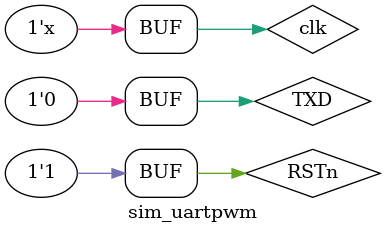
<source format=v>
`timescale 1ns / 1ps


module sim_uartpwm(

    );
    wire bps_en;
    reg clk,RSTn;
    wire clk_uart;
    reg TXD;
    wire [7:0] data;
    wire interrupt;
  
    initial
    begin
        RSTn <= 1'b0;
        clk <= 1'b0;
        TXD <= 1'b1;
        #5000
        RSTn <= 1'b1;
        #10000
        TXD <= 1'b0;
    end
    
    always
    begin
        #25
        clk <= !clk;
    end
    
    clkuart_pwm u1(
    .RSTn(RSTn),
    .clk(clk),
    .bps_en(bps_en),
    .clk_uart(clk_uart)

    
    );
    
   UART_RX u2(
   .RSTn(RSTn),
   .clk(clk),
   .clk_uart(clk_uart),
   .TXD(TXD),
   .data(data),
   .interrupt(interrupt),
   .bps_en(bps_en)
   );
    
endmodule

</source>
